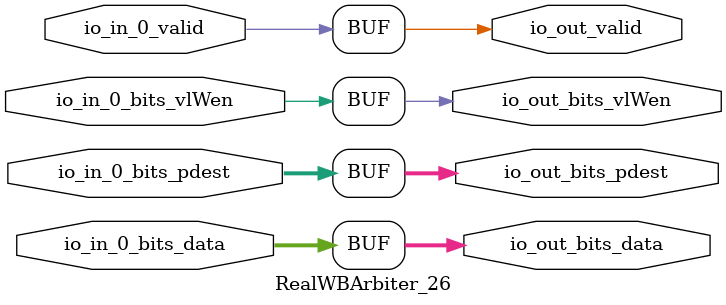
<source format=sv>
`ifndef RANDOMIZE
  `ifdef RANDOMIZE_MEM_INIT
    `define RANDOMIZE
  `endif // RANDOMIZE_MEM_INIT
`endif // not def RANDOMIZE
`ifndef RANDOMIZE
  `ifdef RANDOMIZE_REG_INIT
    `define RANDOMIZE
  `endif // RANDOMIZE_REG_INIT
`endif // not def RANDOMIZE

`ifndef RANDOM
  `define RANDOM $random
`endif // not def RANDOM

// Users can define INIT_RANDOM as general code that gets injected into the
// initializer block for modules with registers.
`ifndef INIT_RANDOM
  `define INIT_RANDOM
`endif // not def INIT_RANDOM

// If using random initialization, you can also define RANDOMIZE_DELAY to
// customize the delay used, otherwise 0.002 is used.
`ifndef RANDOMIZE_DELAY
  `define RANDOMIZE_DELAY 0.002
`endif // not def RANDOMIZE_DELAY

// Define INIT_RANDOM_PROLOG_ for use in our modules below.
`ifndef INIT_RANDOM_PROLOG_
  `ifdef RANDOMIZE
    `ifdef VERILATOR
      `define INIT_RANDOM_PROLOG_ `INIT_RANDOM
    `else  // VERILATOR
      `define INIT_RANDOM_PROLOG_ `INIT_RANDOM #`RANDOMIZE_DELAY begin end
    `endif // VERILATOR
  `else  // RANDOMIZE
    `define INIT_RANDOM_PROLOG_
  `endif // RANDOMIZE
`endif // not def INIT_RANDOM_PROLOG_

// Include register initializers in init blocks unless synthesis is set
`ifndef SYNTHESIS
  `ifndef ENABLE_INITIAL_REG_
    `define ENABLE_INITIAL_REG_
  `endif // not def ENABLE_INITIAL_REG_
`endif // not def SYNTHESIS

// Include rmemory initializers in init blocks unless synthesis is set
`ifndef SYNTHESIS
  `ifndef ENABLE_INITIAL_MEM_
    `define ENABLE_INITIAL_MEM_
  `endif // not def ENABLE_INITIAL_MEM_
`endif // not def SYNTHESIS

module RealWBArbiter_26(
  input        io_in_0_valid,
  input        io_in_0_bits_vlWen,
  input  [4:0] io_in_0_bits_pdest,
  input  [7:0] io_in_0_bits_data,
  output       io_out_valid,
  output       io_out_bits_vlWen,
  output [4:0] io_out_bits_pdest,
  output [7:0] io_out_bits_data
);

  assign io_out_valid = io_in_0_valid;
  assign io_out_bits_vlWen = io_in_0_bits_vlWen;
  assign io_out_bits_pdest = io_in_0_bits_pdest;
  assign io_out_bits_data = io_in_0_bits_data;
endmodule


</source>
